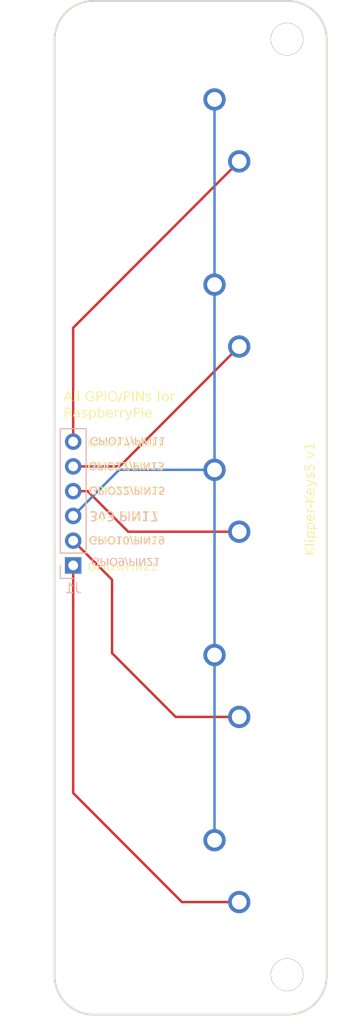
<source format=kicad_pcb>
(kicad_pcb (version 20221018) (generator pcbnew)
  (layers (0 "F.Cu" signal) (31 "B.Cu" signal) (34 "B.Paste" user) (35 "F.Paste" user) (36 "B.SilkS" user "B.Silkscreen") (37 "F.SilkS" user "F.Silkscreen") (38 "B.Mask" user) (39 "F.Mask" user) (44 "Edge.Cuts" user))
  (net 0 "")
  (net 1 "Net-(J1-Pin_6)")
  (net 2 "Net-(J1-Pin_5)")
  (net 3 "Net-(J1-Pin_1)")
  (net 4 "Net-(J1-Pin_3)")
  (net 5 "Net-(J1-Pin_4)")
  (net 6 "Net-(J1-Pin_2)")
  (footprint "marbastlib-mx:SW_MX_1u" (layer "F.Cu") (at 74 48 -90)
    (fp_text reference "MX1" hide)
    (fp_text value "MX_SW_solder" hide)
    (pad "" np_thru_hole circle (at -5.08 0 270) (size 1.75 1.75) (drill 1.75) (layers "*.Cu" "*.Mask"))
    (pad "" np_thru_hole circle (at 0 0 270) (size 3.9878 3.9878) (drill 3.9878) (layers "*.Cu" "*.Mask"))
    (pad "" np_thru_hole circle (at 5.08 0 270) (size 1.75 1.75) (drill 1.75) (layers "*.Cu" "*.Mask"))
    (pad "1" thru_hole circle (at -3.81 -2.54 270) (size 2.3 2.3) (drill 1.524) (layers "*.Cu" "B.Mask") (net 4 "Net-(J1-Pin_3)"))
    (pad "2" thru_hole circle (at 2.54 -5.08 270) (size 2.3 2.3) (drill 1.524) (layers "*.Cu" "B.Mask") (net 1 "Net-(J1-Pin_6)"))
  )
  (footprint "MountingHole:MountingHole_3.2mm_M3" (layer "F.Cu") (at 84 38)
    (fp_text reference "H2" hide)
    (fp_text value "MountingHole")
    (pad "" np_thru_hole circle (at 0 0) (size 3.2 3.2) (drill 3.2) (layers "*.Cu" "*.Mask"))
  )
  (footprint "marbastlib-mx:SW_MX_1u" (layer "F.Cu") (at 74 105 -90)
    (fp_text reference "MX4" hide)
    (fp_text value "MX_SW_solder" hide)
    (pad "" np_thru_hole circle (at -5.08 0 270) (size 1.75 1.75) (drill 1.75) (layers "*.Cu" "*.Mask"))
    (pad "" np_thru_hole circle (at 0 0 270) (size 3.9878 3.9878) (drill 3.9878) (layers "*.Cu" "*.Mask"))
    (pad "" np_thru_hole circle (at 5.08 0 270) (size 1.75 1.75) (drill 1.75) (layers "*.Cu" "*.Mask"))
    (pad "1" thru_hole circle (at -3.81 -2.54 270) (size 2.3 2.3) (drill 1.524) (layers "*.Cu" "B.Mask") (net 4 "Net-(J1-Pin_3)"))
    (pad "2" thru_hole circle (at 2.54 -5.08 270) (size 2.3 2.3) (drill 1.524) (layers "*.Cu" "B.Mask") (net 6 "Net-(J1-Pin_2)"))
  )
  (footprint "MountingHole:MountingHole_3.2mm_M3" (layer "F.Cu") (at 64 134)
    (fp_text reference "H3" hide)
    (fp_text value "MountingHole")
    (pad "" np_thru_hole circle (at 0 0) (size 3.2 3.2) (drill 3.2) (layers "*.Cu" "*.Mask"))
  )
  (footprint "marbastlib-mx:SW_MX_1u" (layer "F.Cu") (at 74 67 -90)
    (fp_text reference "MX2" hide)
    (fp_text value "MX_SW_solder" hide)
    (pad "" np_thru_hole circle (at -5.08 0 270) (size 1.75 1.75) (drill 1.75) (layers "*.Cu" "*.Mask"))
    (pad "" np_thru_hole circle (at 0 0 270) (size 3.9878 3.9878) (drill 3.9878) (layers "*.Cu" "*.Mask"))
    (pad "" np_thru_hole circle (at 5.08 0 270) (size 1.75 1.75) (drill 1.75) (layers "*.Cu" "*.Mask"))
    (pad "1" thru_hole circle (at -3.81 -2.54 270) (size 2.3 2.3) (drill 1.524) (layers "*.Cu" "B.Mask") (net 4 "Net-(J1-Pin_3)"))
    (pad "2" thru_hole circle (at 2.54 -5.08 270) (size 2.3 2.3) (drill 1.524) (layers "*.Cu" "B.Mask") (net 2 "Net-(J1-Pin_5)"))
  )
  (footprint "MountingHole:MountingHole_3.2mm_M3" (layer "F.Cu") (at 64 38)
    (fp_text reference "H1" hide)
    (fp_text value "MountingHole")
    (pad "" np_thru_hole circle (at 0 0) (size 3.2 3.2) (drill 3.2) (layers "*.Cu" "*.Mask"))
  )
  (footprint "marbastlib-mx:SW_MX_1u" (layer "F.Cu") (at 74 86 -90)
    (fp_text reference "MX3" hide)
    (fp_text value "MX_SW_solder" hide)
    (pad "" np_thru_hole circle (at -5.08 0 270) (size 1.75 1.75) (drill 1.75) (layers "*.Cu" "*.Mask"))
    (pad "" np_thru_hole circle (at 0 0 270) (size 3.9878 3.9878) (drill 3.9878) (layers "*.Cu" "*.Mask"))
    (pad "" np_thru_hole circle (at 5.08 0 270) (size 1.75 1.75) (drill 1.75) (layers "*.Cu" "*.Mask"))
    (pad "1" thru_hole circle (at -3.81 -2.54 270) (size 2.3 2.3) (drill 1.524) (layers "*.Cu" "B.Mask") (net 4 "Net-(J1-Pin_3)"))
    (pad "2" thru_hole circle (at 2.54 -5.08 270) (size 2.3 2.3) (drill 1.524) (layers "*.Cu" "B.Mask") (net 5 "Net-(J1-Pin_4)"))
  )
  (footprint "MountingHole:MountingHole_3.2mm_M3" (layer "F.Cu") (at 84 134)
    (fp_text reference "H4" hide)
    (fp_text value "MountingHole")
    (pad "" np_thru_hole circle (at 0 0) (size 3.2 3.2) (drill 3.2) (layers "*.Cu" "*.Mask"))
  )
  (footprint "marbastlib-mx:SW_MX_1u" (layer "F.Cu") (at 74 124 -90)
    (fp_text reference "MX5" hide)
    (fp_text value "MX_SW_solder" hide)
    (pad "" np_thru_hole circle (at -5.08 0 270) (size 1.75 1.75) (drill 1.75) (layers "*.Cu" "*.Mask"))
    (pad "" np_thru_hole circle (at 0 0 270) (size 3.9878 3.9878) (drill 3.9878) (layers "*.Cu" "*.Mask"))
    (pad "" np_thru_hole circle (at 5.08 0 270) (size 1.75 1.75) (drill 1.75) (layers "*.Cu" "*.Mask"))
    (pad "1" thru_hole circle (at -3.81 -2.54 270) (size 2.3 2.3) (drill 1.524) (layers "*.Cu" "B.Mask") (net 4 "Net-(J1-Pin_3)"))
    (pad "2" thru_hole circle (at 2.54 -5.08 270) (size 2.3 2.3) (drill 1.524) (layers "*.Cu" "B.Mask") (net 3 "Net-(J1-Pin_1)"))
  )
  (footprint "Connector_PinHeader_2.54mm:PinHeader_1x06_P2.54mm_Vertical" (layer "B.Cu") (at 62 92)
    (fp_text reference "J1" (at 0 2.33) (layer "B.SilkS") (effects (justify mirror)))
    (fp_text value "Conn_01x06_Socket")
    (fp_line (start -1.33 -14.03) (end 1.33 -14.03) (stroke (width 0.12)) (layer "B.SilkS"))
    (fp_line (start -1.33 -1.27) (end -1.33 -14.03) (stroke (width 0.12)) (layer "B.SilkS"))
    (fp_line (start -1.33 -1.27) (end 1.33 -1.27) (stroke (width 0.12)) (layer "B.SilkS"))
    (fp_line (start -1.33 0) (end -1.33 1.33) (stroke (width 0.12)) (layer "B.SilkS"))
    (fp_line (start -1.33 1.33) (end 0 1.33) (stroke (width 0.12)) (layer "B.SilkS"))
    (fp_line (start 1.33 -1.27) (end 1.33 -14.03) (stroke (width 0.12)) (layer "B.SilkS"))
    (pad "1" thru_hole rect (at 0 0) (size 1.7 1.7) (drill 1) (layers "*.Cu" "*.Mask") (net 3 "Net-(J1-Pin_1)"))
    (pad "2" thru_hole oval (at 0 -2.54) (size 1.7 1.7) (drill 1) (layers "*.Cu" "*.Mask") (net 6 "Net-(J1-Pin_2)"))
    (pad "3" thru_hole oval (at 0 -5.08) (size 1.7 1.7) (drill 1) (layers "*.Cu" "*.Mask") (net 4 "Net-(J1-Pin_3)"))
    (pad "4" thru_hole oval (at 0 -7.62) (size 1.7 1.7) (drill 1) (layers "*.Cu" "*.Mask") (net 5 "Net-(J1-Pin_4)"))
    (pad "5" thru_hole oval (at 0 -10.16) (size 1.7 1.7) (drill 1) (layers "*.Cu" "*.Mask") (net 2 "Net-(J1-Pin_5)"))
    (pad "6" thru_hole oval (at 0 -12.7) (size 1.7 1.7) (drill 1) (layers "*.Cu" "*.Mask") (net 1 "Net-(J1-Pin_6)"))
  )
  (gr_arc (start 64.085787 138.085787) (mid 61.25736 136.914214) (end 60.085787 134.085787) (stroke (width 0.2)) (layer "Edge.Cuts"))
  (gr_circle (center 84 134) (end 85.6 134) (stroke (width 0.2)) (fill none) (layer "Edge.Cuts"))
  (gr_circle (center 84 38) (end 85.6 38) (stroke (width 0.2)) (fill none) (layer "Edge.Cuts"))
  (gr_line (start 60.085787 134.085787) (end 60.085787 38.085787) (stroke (width 0.2)) (layer "Edge.Cuts"))
  (gr_arc (start 60.085787 38.085787) (mid 61.25736 35.25736) (end 64.085787 34.085787) (stroke (width 0.2)) (layer "Edge.Cuts"))
  (gr_line (start 84.085787 138.085787) (end 64.085787 138.085787) (stroke (width 0.2)) (layer "Edge.Cuts"))
  (gr_arc (start 84.085787 34.085787) (mid 86.914214 35.25736) (end 88.085787 38.085787) (stroke (width 0.2)) (layer "Edge.Cuts"))
  (gr_arc (start 88.085787 134.085787) (mid 86.914214 136.914214) (end 84.085787 138.085787) (stroke (width 0.2)) (layer "Edge.Cuts"))
  (gr_line (start 88.085787 38.085787) (end 88.085787 134.085787) (stroke (width 0.2)) (layer "Edge.Cuts"))
  (gr_line (start 64.085787 34.085787) (end 84.085787 34.085787) (stroke (width 0.2)) (layer "Edge.Cuts"))
  (gr_text "GPIO10/PIN19" (at 63.630703 88.89169 180) (layer "B.SilkS") (effects (font (size 0.8 0.8)) (justify left bottom mirror)))
  (gr_text "3v3 PIN17" (at 63.65438 86.287155 180) (layer "B.SilkS") (effects (font (size 1 1)) (justify left bottom mirror)))
  (gr_text "GPIO22/PIN15" (at 63.65438 83.801008 180) (layer "B.SilkS") (effects (font (size 0.8 0.8)) (justify left bottom mirror)))
  (gr_text "GPIO17/PIN11" (at 63.701735 78.710326 180) (layer "B.SilkS") (effects (font (size 0.8 0.8)) (justify left bottom mirror)))
  (gr_text "GPIO9/PIN21" (at 63.843801 91.093705 180) (layer "B.SilkS") (effects (font (size 0.8 0.8)) (justify left bottom mirror)))
  (gr_text "GPIO27/PIN13" (at 63.583347 81.291183 180) (layer "B.SilkS") (effects (font (size 0.8 0.8)) (justify left bottom mirror)))
  (gr_text "GPIO22/PIN15" (at 63.55967 84.819144) (layer "F.SilkS") (effects (font (size 0.8 0.8)) (justify left bottom)))
  (gr_text "GPIO17/PIN11" (at 63.488637 79.988916) (layer "F.SilkS") (effects (font (size 0.8 0.8)) (justify left bottom)))
  (gr_text "All GPIO/PINs for \nRaspberryPie" (at 61 77) (layer "F.SilkS") (effects (font (size 1 1)) (justify left bottom)))
  (gr_text "3v3 PIN17" (at 63.701735 87.6131) (layer "F.SilkS") (effects (font (size 1 1)) (justify left bottom)))
  (gr_text "GPIO27/PIN13" (at 63.488637 82.356675) (layer "F.SilkS") (effects (font (size 0.8 0.8)) (justify left bottom)))
  (gr_text "GPIO10/PIN19" (at 63.55967 89.957181) (layer "F.SilkS") (effects (font (size 0.8 0.8)) (justify left bottom)))
  (gr_text "Klipper-Keys5 v1" (at 87 91 90) (layer "F.SilkS") (effects (font (size 1 1)) (justify left bottom)))
  (gr_text "GPIO9/PIN21" (at 63.512315 92.656426) (layer "F.SilkS") (effects (font (size 0.8 0.8)) (justify left bottom)))
  (segment (start 62 79.3) (end 62 67.62) (width 0.25) (layer "F.Cu") (net 1))
  (segment (start 62 67.62) (end 79.08 50.54) (width 0.25) (layer "F.Cu") (net 1))
  (segment (start 62 81.84) (end 66.78 81.84) (width 0.25) (layer "F.Cu") (net 2))
  (segment (start 66.78 81.84) (end 79.08 69.54) (width 0.25) (layer "F.Cu") (net 2))
  (segment (start 62 92) (end 62 115.350131) (width 0.25) (layer "F.Cu") (net 3))
  (segment (start 62 115.350131) (end 73.189869 126.54) (width 0.25) (layer "F.Cu") (net 3))
  (segment (start 73.189869 126.54) (end 79.08 126.54) (width 0.25) (layer "F.Cu") (net 3))
  (segment (start 76.54 101.19) (end 76.54 82.19) (width 0.25) (layer "B.Cu") (net 4))
  (segment (start 76.54 82.19) (end 76.54 63.19) (width 0.25) (layer "B.Cu") (net 4))
  (segment (start 66.73 82.19) (end 76.54 82.19) (width 0.25) (layer "B.Cu") (net 4))
  (segment (start 76.54 101.19) (end 76.54 120.19) (width 0.25) (layer "B.Cu") (net 4))
  (segment (start 62 86.92) (end 66.73 82.19) (width 0.25) (layer "B.Cu") (net 4))
  (segment (start 76.54 63.19) (end 76.54 44.19) (width 0.25) (layer "B.Cu") (net 4))
  (segment (start 63.4978 84.38) (end 67.6578 88.54) (width 0.25) (layer "F.Cu") (net 5))
  (segment (start 62 84.38) (end 63.4978 84.38) (width 0.25) (layer "F.Cu") (net 5))
  (segment (start 67.6578 88.54) (end 79.08 88.54) (width 0.25) (layer "F.Cu") (net 5))
  (segment (start 66 101) (end 72.54 107.54) (width 0.25) (layer "F.Cu") (net 6))
  (segment (start 66 93.46) (end 66 101) (width 0.25) (layer "F.Cu") (net 6))
  (segment (start 62 89.46) (end 66 93.46) (width 0.25) (layer "F.Cu") (net 6))
  (segment (start 72.54 107.54) (end 79.08 107.54) (width 0.25) (layer "F.Cu") (net 6))
)
</source>
